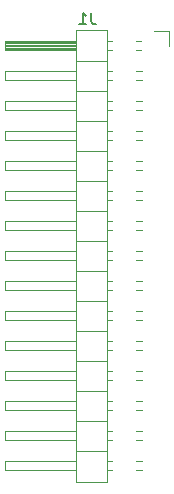
<source format=gbr>
%TF.GenerationSoftware,KiCad,Pcbnew,6.0.2+dfsg-1*%
%TF.CreationDate,2023-02-24T13:33:50-05:00*%
%TF.ProjectId,Register,52656769-7374-4657-922e-6b696361645f,rev?*%
%TF.SameCoordinates,Original*%
%TF.FileFunction,Legend,Bot*%
%TF.FilePolarity,Positive*%
%FSLAX46Y46*%
G04 Gerber Fmt 4.6, Leading zero omitted, Abs format (unit mm)*
G04 Created by KiCad (PCBNEW 6.0.2+dfsg-1) date 2023-02-24 13:33:50*
%MOMM*%
%LPD*%
G01*
G04 APERTURE LIST*
%ADD10C,0.150000*%
%ADD11C,0.120000*%
G04 APERTURE END LIST*
D10*
%TO.C,J1*%
X40108333Y-53527380D02*
X40108333Y-54241666D01*
X40155952Y-54384523D01*
X40251190Y-54479761D01*
X40394047Y-54527380D01*
X40489285Y-54527380D01*
X39108333Y-54527380D02*
X39679761Y-54527380D01*
X39394047Y-54527380D02*
X39394047Y-53527380D01*
X39489285Y-53670238D01*
X39584523Y-53765476D01*
X39679761Y-53813095D01*
D11*
X32790000Y-61045000D02*
X32790000Y-61805000D01*
X41450000Y-65235000D02*
X38790000Y-65235000D01*
X32790000Y-69425000D02*
X38790000Y-69425000D01*
X44387071Y-58505000D02*
X43932929Y-58505000D01*
X44387071Y-81365000D02*
X43932929Y-81365000D01*
X41847071Y-63585000D02*
X41450000Y-63585000D01*
X44387071Y-63585000D02*
X43932929Y-63585000D01*
X38790000Y-58505000D02*
X32790000Y-58505000D01*
X44387071Y-87205000D02*
X43932929Y-87205000D01*
X44387071Y-76285000D02*
X43932929Y-76285000D01*
X41450000Y-55015000D02*
X41450000Y-93235000D01*
X32790000Y-92285000D02*
X38790000Y-92285000D01*
X38790000Y-56625000D02*
X32790000Y-56625000D01*
X38790000Y-56025000D02*
X32790000Y-56025000D01*
X38790000Y-56385000D02*
X32790000Y-56385000D01*
X38790000Y-71205000D02*
X32790000Y-71205000D01*
X41847071Y-61045000D02*
X41450000Y-61045000D01*
X41847071Y-77045000D02*
X41450000Y-77045000D01*
X44387071Y-82125000D02*
X43932929Y-82125000D01*
X44387071Y-69425000D02*
X43932929Y-69425000D01*
X41847071Y-76285000D02*
X41450000Y-76285000D01*
X41847071Y-71965000D02*
X41450000Y-71965000D01*
X38790000Y-66125000D02*
X32790000Y-66125000D01*
X41450000Y-70315000D02*
X38790000Y-70315000D01*
X41450000Y-90635000D02*
X38790000Y-90635000D01*
X32790000Y-66125000D02*
X32790000Y-66885000D01*
X41450000Y-67775000D02*
X38790000Y-67775000D01*
X32790000Y-68665000D02*
X32790000Y-69425000D01*
X41450000Y-60155000D02*
X38790000Y-60155000D01*
X32790000Y-63585000D02*
X32790000Y-64345000D01*
X41847071Y-84665000D02*
X41450000Y-84665000D01*
X41450000Y-62695000D02*
X38790000Y-62695000D01*
X41450000Y-83015000D02*
X38790000Y-83015000D01*
X44387071Y-71205000D02*
X43932929Y-71205000D01*
X41847071Y-89745000D02*
X41450000Y-89745000D01*
X41847071Y-69425000D02*
X41450000Y-69425000D01*
X32790000Y-74505000D02*
X38790000Y-74505000D01*
X44387071Y-71965000D02*
X43932929Y-71965000D01*
X41450000Y-72855000D02*
X38790000Y-72855000D01*
X41847071Y-74505000D02*
X41450000Y-74505000D01*
X41847071Y-83905000D02*
X41450000Y-83905000D01*
X44387071Y-86445000D02*
X43932929Y-86445000D01*
X41847071Y-82125000D02*
X41450000Y-82125000D01*
X32790000Y-86445000D02*
X32790000Y-87205000D01*
X41847071Y-68665000D02*
X41450000Y-68665000D01*
X41450000Y-75395000D02*
X38790000Y-75395000D01*
X32790000Y-58505000D02*
X32790000Y-59265000D01*
X44387071Y-88985000D02*
X43932929Y-88985000D01*
X38790000Y-88985000D02*
X32790000Y-88985000D01*
X41847071Y-91525000D02*
X41450000Y-91525000D01*
X44387071Y-77045000D02*
X43932929Y-77045000D01*
X41847071Y-88985000D02*
X41450000Y-88985000D01*
X41847071Y-59265000D02*
X41450000Y-59265000D01*
X41847071Y-73745000D02*
X41450000Y-73745000D01*
X38790000Y-55965000D02*
X32790000Y-55965000D01*
X32790000Y-89745000D02*
X38790000Y-89745000D01*
X32790000Y-82125000D02*
X38790000Y-82125000D01*
X32790000Y-61805000D02*
X38790000Y-61805000D01*
X44387071Y-59265000D02*
X43932929Y-59265000D01*
X32790000Y-81365000D02*
X32790000Y-82125000D01*
X38790000Y-93235000D02*
X38790000Y-55015000D01*
X32790000Y-78825000D02*
X32790000Y-79585000D01*
X32790000Y-73745000D02*
X32790000Y-74505000D01*
X41450000Y-80475000D02*
X38790000Y-80475000D01*
X44387071Y-83905000D02*
X43932929Y-83905000D01*
X38790000Y-61045000D02*
X32790000Y-61045000D01*
X44387071Y-79585000D02*
X43932929Y-79585000D01*
X38790000Y-68665000D02*
X32790000Y-68665000D01*
X44387071Y-66885000D02*
X43932929Y-66885000D01*
X44387071Y-61045000D02*
X43932929Y-61045000D01*
X46700000Y-55075000D02*
X45430000Y-55075000D01*
X41847071Y-56725000D02*
X41450000Y-56725000D01*
X38790000Y-78825000D02*
X32790000Y-78825000D01*
X44387071Y-89745000D02*
X43932929Y-89745000D01*
X41847071Y-81365000D02*
X41450000Y-81365000D01*
X32790000Y-56725000D02*
X38790000Y-56725000D01*
X38790000Y-76285000D02*
X32790000Y-76285000D01*
X44320000Y-55965000D02*
X43932929Y-55965000D01*
X38790000Y-91525000D02*
X32790000Y-91525000D01*
X32790000Y-79585000D02*
X38790000Y-79585000D01*
X32790000Y-76285000D02*
X32790000Y-77045000D01*
X41847071Y-92285000D02*
X41450000Y-92285000D01*
X44387071Y-61805000D02*
X43932929Y-61805000D01*
X44387071Y-74505000D02*
X43932929Y-74505000D01*
X32790000Y-71205000D02*
X32790000Y-71965000D01*
X41847071Y-71205000D02*
X41450000Y-71205000D01*
X44320000Y-56725000D02*
X43932929Y-56725000D01*
X41847071Y-66885000D02*
X41450000Y-66885000D01*
X32790000Y-91525000D02*
X32790000Y-92285000D01*
X44387071Y-92285000D02*
X43932929Y-92285000D01*
X38790000Y-73745000D02*
X32790000Y-73745000D01*
X41450000Y-88095000D02*
X38790000Y-88095000D01*
X41450000Y-85555000D02*
X38790000Y-85555000D01*
X32790000Y-55965000D02*
X32790000Y-56725000D01*
X41847071Y-86445000D02*
X41450000Y-86445000D01*
X41847071Y-79585000D02*
X41450000Y-79585000D01*
X32790000Y-83905000D02*
X32790000Y-84665000D01*
X41847071Y-64345000D02*
X41450000Y-64345000D01*
X46700000Y-56345000D02*
X46700000Y-55075000D01*
X44387071Y-73745000D02*
X43932929Y-73745000D01*
X41450000Y-57615000D02*
X38790000Y-57615000D01*
X41847071Y-58505000D02*
X41450000Y-58505000D01*
X44387071Y-64345000D02*
X43932929Y-64345000D01*
X38790000Y-56505000D02*
X32790000Y-56505000D01*
X32790000Y-66885000D02*
X38790000Y-66885000D01*
X38790000Y-81365000D02*
X32790000Y-81365000D01*
X32790000Y-59265000D02*
X38790000Y-59265000D01*
X32790000Y-71965000D02*
X38790000Y-71965000D01*
X41847071Y-87205000D02*
X41450000Y-87205000D01*
X32790000Y-84665000D02*
X38790000Y-84665000D01*
X38790000Y-83905000D02*
X32790000Y-83905000D01*
X41847071Y-61805000D02*
X41450000Y-61805000D01*
X44387071Y-68665000D02*
X43932929Y-68665000D01*
X38790000Y-86445000D02*
X32790000Y-86445000D01*
X32790000Y-88985000D02*
X32790000Y-89745000D01*
X38790000Y-56145000D02*
X32790000Y-56145000D01*
X38790000Y-56265000D02*
X32790000Y-56265000D01*
X41847071Y-55965000D02*
X41450000Y-55965000D01*
X44387071Y-84665000D02*
X43932929Y-84665000D01*
X32790000Y-64345000D02*
X38790000Y-64345000D01*
X38790000Y-55015000D02*
X41450000Y-55015000D01*
X41450000Y-93235000D02*
X38790000Y-93235000D01*
X44387071Y-78825000D02*
X43932929Y-78825000D01*
X41847071Y-78825000D02*
X41450000Y-78825000D01*
X32790000Y-77045000D02*
X38790000Y-77045000D01*
X44387071Y-91525000D02*
X43932929Y-91525000D01*
X38790000Y-63585000D02*
X32790000Y-63585000D01*
X41450000Y-77935000D02*
X38790000Y-77935000D01*
X32790000Y-87205000D02*
X38790000Y-87205000D01*
X41847071Y-66125000D02*
X41450000Y-66125000D01*
X44387071Y-66125000D02*
X43932929Y-66125000D01*
%TD*%
M02*

</source>
